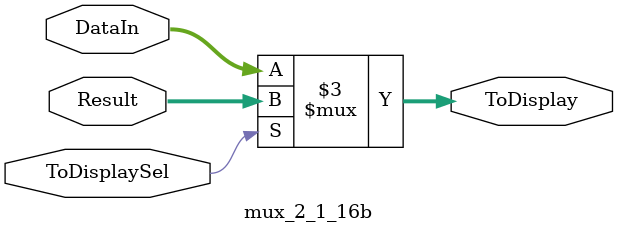
<source format=sv>
`timescale 1ns / 1ps

module S7_actividad2 #(parameter N_DEBOUNCER = 10)(
    input  logic        clk,
    input  logic        resetN,
    input  logic        Enter,
    input  logic        Undo,
    input  logic [15:0] DataIn,
    output logic [15:0] ToDisplay,  // valor de salida para el Display
    output logic [ 3:0] Flags,      // {N,Z,C,V}
    output logic [ 2:0] Status      // Indica de manera secuencial el estado en el que se encuentra
    );
    
    logic reset;

    assign reset = ~resetN; // resetN: reset negado


    // Debouncer: Recibe Enter y retorna un pulso unico en Enter_deb

    logic Enter_deb;

    PB_Debouncer_FSM #     (
    .DELAY                 (N_DEBOUNCER)
    ) Enter_Debouncer            (
        .clk                  (clk),
	    .rst                  (reset), 
	    .PB                   (Enter),
	    .PB_pressed_status    (),
	    .PB_pressed_pulse     (Enter_deb), // solo nos interesa el pulso
        .PB_released_pulse    ()
);

    // Debouncer: Lo mismo pero para Undo

    logic deb_undo;

    PB_Debouncer_FSM #     (
    .DELAY                 (N_DEBOUNCER)
    ) Undo_Debouncer            (
        .clk                  (clk),
	    .rst                  (reset), 
	    .PB                   (Undo),
	    .PB_pressed_status    (),
	    .PB_pressed_pulse     (deb_undo), // solo nos interesa el pulso
        .PB_released_pulse    ()
);

    // RPN: Recibe un pulso de Enter (Enter_deb) y un pulso de Undo (deb_undo) 
    //      Retorna estado, load A, B y OpCode, updateRes y ToDisplaySel
    logic LoadOpA, LoadOpB, LoadOpCode, updateRes, ToDisplaySel;

    ReversePolishFSM_Undo Reverse_Polish_FSM_Undo (
        .clk             (clk),
        .Reset           (Reset),
        .Enter_pulse     (Enter_deb),
        .deb_undo        (deb_undo),
        .Status          (Status),
        .LoadOpA         (LoadOpA),
        .LoadOpB         (LoadOpB),
        .LoadOpCode      (LoadOpCode),
        .ToDisplaySel    (ToDisplaySel),
        .updateRes       (updateRes)
);

    // ALU: Recibe un numero de 16 bits, load A, B, OpCode y updateRes (ademas de clk y resetN)
    //      Retorna 4 bits de Flags y un resultado de 16 bits
    logic [15:0] Result;
    ALU_reg_mod #   (
        .N          (16)
)   ALU             (
        .clk        (clk),
        .reset      (reset),
        .LoadOpA    (LoadOpA),
        .LoadOpB    (LoadOpB),
        .LoadOpCode (LoadOpCode),
        .updateRes  (updateRes),
        .DataIn     (DataIn),
        .Flags      (Flags),
        .Result     (Result)
);

    // Display Selector: Recibe 2 numeros de 16 bits y un selector ToDisplaySel
    //                   Retorna uno de los numeros de 16 bits
    mux_2_1_16b #(
    .N               (16)
    ) DisplaySelector (
    .DataIn          (DataIn),
    .Result          (Result),
    .ToDisplaySel    (ToDisplaySel),
    .ToDisplay       (ToDisplay)
);


endmodule




// Modulos auxiliares:

module mux_2_1_16b #(parameter N = 16)(
    input  logic [N-1:0] DataIn,
    input  logic [N-1:0] Result,
    input  logic         ToDisplaySel,

    output logic [N-1:0] ToDisplay  // valor de salida para el Display
    );

    always_comb begin
        if (ToDisplaySel)
            ToDisplay = Result;
        else
            ToDisplay = DataIn;
        
    end

endmodule
    


</source>
